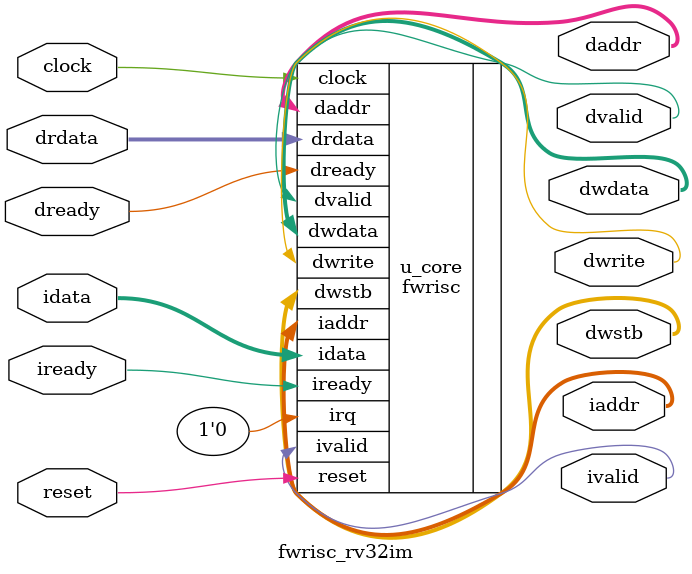
<source format=sv>
/****************************************************************************
 * fwrisc_rv32im.sv
 ****************************************************************************/

/**
 * Module: fwrisc_rv32im
 *
 * TODO: Add module documentation
 */
module fwrisc_rv32im(
		input			clock,
		input			reset,

		output[31:0]	iaddr,
		input[31:0]		idata,
		output			ivalid,
		input			iready,

		output			dvalid,
		output[31:0]	daddr,
		output[31:0]	dwdata,
		output[3:0]		dwstb,
		output			dwrite,
		input[31:0]		drdata,
		input			dready
		);

	fwrisc #(
			.ENABLE_COMPRESSED  (0),
			.ENABLE_MUL_DIV     (1),
			.ENABLE_DEP         (0),
			.ENABLE_COUNTERS    (1)
		) u_core (
			.clock              (clock             ),
			.reset              (reset             ),
			.iaddr              (iaddr             ),
			.idata              (idata             ),
			.ivalid             (ivalid            ),
			.iready             (iready            ),
			.dvalid             (dvalid            ),
			.daddr              (daddr             ),
			.dwdata             (dwdata            ),
			.dwstb              (dwstb             ),
			.dwrite             (dwrite            ),
			.drdata             (drdata            ),
			.dready             (dready            ),
			.irq(1'b0));

endmodule

</source>
